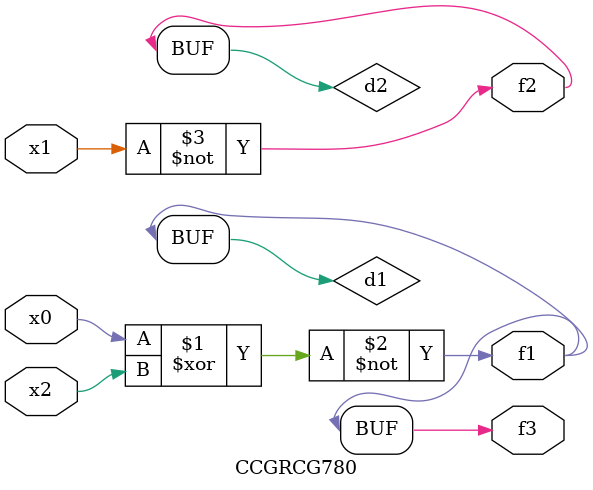
<source format=v>
module CCGRCG780(
	input x0, x1, x2,
	output f1, f2, f3
);

	wire d1, d2, d3;

	xnor (d1, x0, x2);
	nand (d2, x1);
	nor (d3, x1, x2);
	assign f1 = d1;
	assign f2 = d2;
	assign f3 = d1;
endmodule

</source>
